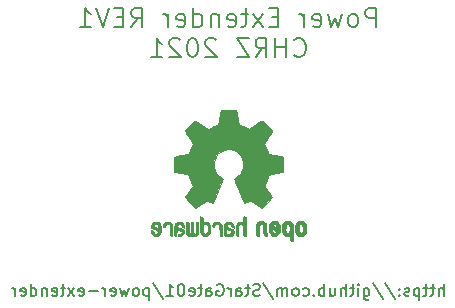
<source format=gbo>
G04 #@! TF.GenerationSoftware,KiCad,Pcbnew,5.1.10*
G04 #@! TF.CreationDate,2021-06-18T04:30:29+02:00*
G04 #@! TF.ProjectId,power-extender,706f7765-722d-4657-9874-656e6465722e,1*
G04 #@! TF.SameCoordinates,Original*
G04 #@! TF.FileFunction,Legend,Bot*
G04 #@! TF.FilePolarity,Positive*
%FSLAX46Y46*%
G04 Gerber Fmt 4.6, Leading zero omitted, Abs format (unit mm)*
G04 Created by KiCad (PCBNEW 5.1.10) date 2021-06-18 04:30:29*
%MOMM*%
%LPD*%
G01*
G04 APERTURE LIST*
%ADD10C,0.150000*%
%ADD11C,0.010000*%
G04 APERTURE END LIST*
D10*
X166714285Y-110702380D02*
X166714285Y-109702380D01*
X166285714Y-110702380D02*
X166285714Y-110178571D01*
X166333333Y-110083333D01*
X166428571Y-110035714D01*
X166571428Y-110035714D01*
X166666666Y-110083333D01*
X166714285Y-110130952D01*
X165952380Y-110035714D02*
X165571428Y-110035714D01*
X165809523Y-109702380D02*
X165809523Y-110559523D01*
X165761904Y-110654761D01*
X165666666Y-110702380D01*
X165571428Y-110702380D01*
X165380952Y-110035714D02*
X165000000Y-110035714D01*
X165238095Y-109702380D02*
X165238095Y-110559523D01*
X165190476Y-110654761D01*
X165095238Y-110702380D01*
X165000000Y-110702380D01*
X164666666Y-110035714D02*
X164666666Y-111035714D01*
X164666666Y-110083333D02*
X164571428Y-110035714D01*
X164380952Y-110035714D01*
X164285714Y-110083333D01*
X164238095Y-110130952D01*
X164190476Y-110226190D01*
X164190476Y-110511904D01*
X164238095Y-110607142D01*
X164285714Y-110654761D01*
X164380952Y-110702380D01*
X164571428Y-110702380D01*
X164666666Y-110654761D01*
X163809523Y-110654761D02*
X163714285Y-110702380D01*
X163523809Y-110702380D01*
X163428571Y-110654761D01*
X163380952Y-110559523D01*
X163380952Y-110511904D01*
X163428571Y-110416666D01*
X163523809Y-110369047D01*
X163666666Y-110369047D01*
X163761904Y-110321428D01*
X163809523Y-110226190D01*
X163809523Y-110178571D01*
X163761904Y-110083333D01*
X163666666Y-110035714D01*
X163523809Y-110035714D01*
X163428571Y-110083333D01*
X162952380Y-110607142D02*
X162904761Y-110654761D01*
X162952380Y-110702380D01*
X163000000Y-110654761D01*
X162952380Y-110607142D01*
X162952380Y-110702380D01*
X162952380Y-110083333D02*
X162904761Y-110130952D01*
X162952380Y-110178571D01*
X163000000Y-110130952D01*
X162952380Y-110083333D01*
X162952380Y-110178571D01*
X161761904Y-109654761D02*
X162619047Y-110940476D01*
X160714285Y-109654761D02*
X161571428Y-110940476D01*
X159952380Y-110035714D02*
X159952380Y-110845238D01*
X160000000Y-110940476D01*
X160047619Y-110988095D01*
X160142857Y-111035714D01*
X160285714Y-111035714D01*
X160380952Y-110988095D01*
X159952380Y-110654761D02*
X160047619Y-110702380D01*
X160238095Y-110702380D01*
X160333333Y-110654761D01*
X160380952Y-110607142D01*
X160428571Y-110511904D01*
X160428571Y-110226190D01*
X160380952Y-110130952D01*
X160333333Y-110083333D01*
X160238095Y-110035714D01*
X160047619Y-110035714D01*
X159952380Y-110083333D01*
X159476190Y-110702380D02*
X159476190Y-110035714D01*
X159476190Y-109702380D02*
X159523809Y-109750000D01*
X159476190Y-109797619D01*
X159428571Y-109750000D01*
X159476190Y-109702380D01*
X159476190Y-109797619D01*
X159142857Y-110035714D02*
X158761904Y-110035714D01*
X159000000Y-109702380D02*
X159000000Y-110559523D01*
X158952380Y-110654761D01*
X158857142Y-110702380D01*
X158761904Y-110702380D01*
X158428571Y-110702380D02*
X158428571Y-109702380D01*
X158000000Y-110702380D02*
X158000000Y-110178571D01*
X158047619Y-110083333D01*
X158142857Y-110035714D01*
X158285714Y-110035714D01*
X158380952Y-110083333D01*
X158428571Y-110130952D01*
X157095238Y-110035714D02*
X157095238Y-110702380D01*
X157523809Y-110035714D02*
X157523809Y-110559523D01*
X157476190Y-110654761D01*
X157380952Y-110702380D01*
X157238095Y-110702380D01*
X157142857Y-110654761D01*
X157095238Y-110607142D01*
X156619047Y-110702380D02*
X156619047Y-109702380D01*
X156619047Y-110083333D02*
X156523809Y-110035714D01*
X156333333Y-110035714D01*
X156238095Y-110083333D01*
X156190476Y-110130952D01*
X156142857Y-110226190D01*
X156142857Y-110511904D01*
X156190476Y-110607142D01*
X156238095Y-110654761D01*
X156333333Y-110702380D01*
X156523809Y-110702380D01*
X156619047Y-110654761D01*
X155714285Y-110607142D02*
X155666666Y-110654761D01*
X155714285Y-110702380D01*
X155761904Y-110654761D01*
X155714285Y-110607142D01*
X155714285Y-110702380D01*
X154809523Y-110654761D02*
X154904761Y-110702380D01*
X155095238Y-110702380D01*
X155190476Y-110654761D01*
X155238095Y-110607142D01*
X155285714Y-110511904D01*
X155285714Y-110226190D01*
X155238095Y-110130952D01*
X155190476Y-110083333D01*
X155095238Y-110035714D01*
X154904761Y-110035714D01*
X154809523Y-110083333D01*
X154238095Y-110702380D02*
X154333333Y-110654761D01*
X154380952Y-110607142D01*
X154428571Y-110511904D01*
X154428571Y-110226190D01*
X154380952Y-110130952D01*
X154333333Y-110083333D01*
X154238095Y-110035714D01*
X154095238Y-110035714D01*
X154000000Y-110083333D01*
X153952380Y-110130952D01*
X153904761Y-110226190D01*
X153904761Y-110511904D01*
X153952380Y-110607142D01*
X154000000Y-110654761D01*
X154095238Y-110702380D01*
X154238095Y-110702380D01*
X153476190Y-110702380D02*
X153476190Y-110035714D01*
X153476190Y-110130952D02*
X153428571Y-110083333D01*
X153333333Y-110035714D01*
X153190476Y-110035714D01*
X153095238Y-110083333D01*
X153047619Y-110178571D01*
X153047619Y-110702380D01*
X153047619Y-110178571D02*
X153000000Y-110083333D01*
X152904761Y-110035714D01*
X152761904Y-110035714D01*
X152666666Y-110083333D01*
X152619047Y-110178571D01*
X152619047Y-110702380D01*
X151428571Y-109654761D02*
X152285714Y-110940476D01*
X151142857Y-110654761D02*
X151000000Y-110702380D01*
X150761904Y-110702380D01*
X150666666Y-110654761D01*
X150619047Y-110607142D01*
X150571428Y-110511904D01*
X150571428Y-110416666D01*
X150619047Y-110321428D01*
X150666666Y-110273809D01*
X150761904Y-110226190D01*
X150952380Y-110178571D01*
X151047619Y-110130952D01*
X151095238Y-110083333D01*
X151142857Y-109988095D01*
X151142857Y-109892857D01*
X151095238Y-109797619D01*
X151047619Y-109750000D01*
X150952380Y-109702380D01*
X150714285Y-109702380D01*
X150571428Y-109750000D01*
X150285714Y-110035714D02*
X149904761Y-110035714D01*
X150142857Y-109702380D02*
X150142857Y-110559523D01*
X150095238Y-110654761D01*
X150000000Y-110702380D01*
X149904761Y-110702380D01*
X149142857Y-110702380D02*
X149142857Y-110178571D01*
X149190476Y-110083333D01*
X149285714Y-110035714D01*
X149476190Y-110035714D01*
X149571428Y-110083333D01*
X149142857Y-110654761D02*
X149238095Y-110702380D01*
X149476190Y-110702380D01*
X149571428Y-110654761D01*
X149619047Y-110559523D01*
X149619047Y-110464285D01*
X149571428Y-110369047D01*
X149476190Y-110321428D01*
X149238095Y-110321428D01*
X149142857Y-110273809D01*
X148666666Y-110702380D02*
X148666666Y-110035714D01*
X148666666Y-110226190D02*
X148619047Y-110130952D01*
X148571428Y-110083333D01*
X148476190Y-110035714D01*
X148380952Y-110035714D01*
X147523809Y-109750000D02*
X147619047Y-109702380D01*
X147761904Y-109702380D01*
X147904761Y-109750000D01*
X148000000Y-109845238D01*
X148047619Y-109940476D01*
X148095238Y-110130952D01*
X148095238Y-110273809D01*
X148047619Y-110464285D01*
X148000000Y-110559523D01*
X147904761Y-110654761D01*
X147761904Y-110702380D01*
X147666666Y-110702380D01*
X147523809Y-110654761D01*
X147476190Y-110607142D01*
X147476190Y-110273809D01*
X147666666Y-110273809D01*
X146619047Y-110702380D02*
X146619047Y-110178571D01*
X146666666Y-110083333D01*
X146761904Y-110035714D01*
X146952380Y-110035714D01*
X147047619Y-110083333D01*
X146619047Y-110654761D02*
X146714285Y-110702380D01*
X146952380Y-110702380D01*
X147047619Y-110654761D01*
X147095238Y-110559523D01*
X147095238Y-110464285D01*
X147047619Y-110369047D01*
X146952380Y-110321428D01*
X146714285Y-110321428D01*
X146619047Y-110273809D01*
X146285714Y-110035714D02*
X145904761Y-110035714D01*
X146142857Y-109702380D02*
X146142857Y-110559523D01*
X146095238Y-110654761D01*
X146000000Y-110702380D01*
X145904761Y-110702380D01*
X145190476Y-110654761D02*
X145285714Y-110702380D01*
X145476190Y-110702380D01*
X145571428Y-110654761D01*
X145619047Y-110559523D01*
X145619047Y-110178571D01*
X145571428Y-110083333D01*
X145476190Y-110035714D01*
X145285714Y-110035714D01*
X145190476Y-110083333D01*
X145142857Y-110178571D01*
X145142857Y-110273809D01*
X145619047Y-110369047D01*
X144523809Y-109702380D02*
X144428571Y-109702380D01*
X144333333Y-109750000D01*
X144285714Y-109797619D01*
X144238095Y-109892857D01*
X144190476Y-110083333D01*
X144190476Y-110321428D01*
X144238095Y-110511904D01*
X144285714Y-110607142D01*
X144333333Y-110654761D01*
X144428571Y-110702380D01*
X144523809Y-110702380D01*
X144619047Y-110654761D01*
X144666666Y-110607142D01*
X144714285Y-110511904D01*
X144761904Y-110321428D01*
X144761904Y-110083333D01*
X144714285Y-109892857D01*
X144666666Y-109797619D01*
X144619047Y-109750000D01*
X144523809Y-109702380D01*
X143238095Y-110702380D02*
X143809523Y-110702380D01*
X143523809Y-110702380D02*
X143523809Y-109702380D01*
X143619047Y-109845238D01*
X143714285Y-109940476D01*
X143809523Y-109988095D01*
X142095238Y-109654761D02*
X142952380Y-110940476D01*
X141761904Y-110035714D02*
X141761904Y-111035714D01*
X141761904Y-110083333D02*
X141666666Y-110035714D01*
X141476190Y-110035714D01*
X141380952Y-110083333D01*
X141333333Y-110130952D01*
X141285714Y-110226190D01*
X141285714Y-110511904D01*
X141333333Y-110607142D01*
X141380952Y-110654761D01*
X141476190Y-110702380D01*
X141666666Y-110702380D01*
X141761904Y-110654761D01*
X140714285Y-110702380D02*
X140809523Y-110654761D01*
X140857142Y-110607142D01*
X140904761Y-110511904D01*
X140904761Y-110226190D01*
X140857142Y-110130952D01*
X140809523Y-110083333D01*
X140714285Y-110035714D01*
X140571428Y-110035714D01*
X140476190Y-110083333D01*
X140428571Y-110130952D01*
X140380952Y-110226190D01*
X140380952Y-110511904D01*
X140428571Y-110607142D01*
X140476190Y-110654761D01*
X140571428Y-110702380D01*
X140714285Y-110702380D01*
X140047619Y-110035714D02*
X139857142Y-110702380D01*
X139666666Y-110226190D01*
X139476190Y-110702380D01*
X139285714Y-110035714D01*
X138523809Y-110654761D02*
X138619047Y-110702380D01*
X138809523Y-110702380D01*
X138904761Y-110654761D01*
X138952380Y-110559523D01*
X138952380Y-110178571D01*
X138904761Y-110083333D01*
X138809523Y-110035714D01*
X138619047Y-110035714D01*
X138523809Y-110083333D01*
X138476190Y-110178571D01*
X138476190Y-110273809D01*
X138952380Y-110369047D01*
X138047619Y-110702380D02*
X138047619Y-110035714D01*
X138047619Y-110226190D02*
X138000000Y-110130952D01*
X137952380Y-110083333D01*
X137857142Y-110035714D01*
X137761904Y-110035714D01*
X137428571Y-110321428D02*
X136666666Y-110321428D01*
X135809523Y-110654761D02*
X135904761Y-110702380D01*
X136095238Y-110702380D01*
X136190476Y-110654761D01*
X136238095Y-110559523D01*
X136238095Y-110178571D01*
X136190476Y-110083333D01*
X136095238Y-110035714D01*
X135904761Y-110035714D01*
X135809523Y-110083333D01*
X135761904Y-110178571D01*
X135761904Y-110273809D01*
X136238095Y-110369047D01*
X135428571Y-110702380D02*
X134904761Y-110035714D01*
X135428571Y-110035714D02*
X134904761Y-110702380D01*
X134666666Y-110035714D02*
X134285714Y-110035714D01*
X134523809Y-109702380D02*
X134523809Y-110559523D01*
X134476190Y-110654761D01*
X134380952Y-110702380D01*
X134285714Y-110702380D01*
X133571428Y-110654761D02*
X133666666Y-110702380D01*
X133857142Y-110702380D01*
X133952380Y-110654761D01*
X134000000Y-110559523D01*
X134000000Y-110178571D01*
X133952380Y-110083333D01*
X133857142Y-110035714D01*
X133666666Y-110035714D01*
X133571428Y-110083333D01*
X133523809Y-110178571D01*
X133523809Y-110273809D01*
X134000000Y-110369047D01*
X133095238Y-110035714D02*
X133095238Y-110702380D01*
X133095238Y-110130952D02*
X133047619Y-110083333D01*
X132952380Y-110035714D01*
X132809523Y-110035714D01*
X132714285Y-110083333D01*
X132666666Y-110178571D01*
X132666666Y-110702380D01*
X131761904Y-110702380D02*
X131761904Y-109702380D01*
X131761904Y-110654761D02*
X131857142Y-110702380D01*
X132047619Y-110702380D01*
X132142857Y-110654761D01*
X132190476Y-110607142D01*
X132238095Y-110511904D01*
X132238095Y-110226190D01*
X132190476Y-110130952D01*
X132142857Y-110083333D01*
X132047619Y-110035714D01*
X131857142Y-110035714D01*
X131761904Y-110083333D01*
X130904761Y-110654761D02*
X131000000Y-110702380D01*
X131190476Y-110702380D01*
X131285714Y-110654761D01*
X131333333Y-110559523D01*
X131333333Y-110178571D01*
X131285714Y-110083333D01*
X131190476Y-110035714D01*
X131000000Y-110035714D01*
X130904761Y-110083333D01*
X130857142Y-110178571D01*
X130857142Y-110273809D01*
X131333333Y-110369047D01*
X130428571Y-110702380D02*
X130428571Y-110035714D01*
X130428571Y-110226190D02*
X130380952Y-110130952D01*
X130333333Y-110083333D01*
X130238095Y-110035714D01*
X130142857Y-110035714D01*
X160995238Y-87948809D02*
X160995238Y-86348809D01*
X160385714Y-86348809D01*
X160233333Y-86425000D01*
X160157142Y-86501190D01*
X160080952Y-86653571D01*
X160080952Y-86882142D01*
X160157142Y-87034523D01*
X160233333Y-87110714D01*
X160385714Y-87186904D01*
X160995238Y-87186904D01*
X159166666Y-87948809D02*
X159319047Y-87872619D01*
X159395238Y-87796428D01*
X159471428Y-87644047D01*
X159471428Y-87186904D01*
X159395238Y-87034523D01*
X159319047Y-86958333D01*
X159166666Y-86882142D01*
X158938095Y-86882142D01*
X158785714Y-86958333D01*
X158709523Y-87034523D01*
X158633333Y-87186904D01*
X158633333Y-87644047D01*
X158709523Y-87796428D01*
X158785714Y-87872619D01*
X158938095Y-87948809D01*
X159166666Y-87948809D01*
X158100000Y-86882142D02*
X157795238Y-87948809D01*
X157490476Y-87186904D01*
X157185714Y-87948809D01*
X156880952Y-86882142D01*
X155661904Y-87872619D02*
X155814285Y-87948809D01*
X156119047Y-87948809D01*
X156271428Y-87872619D01*
X156347619Y-87720238D01*
X156347619Y-87110714D01*
X156271428Y-86958333D01*
X156119047Y-86882142D01*
X155814285Y-86882142D01*
X155661904Y-86958333D01*
X155585714Y-87110714D01*
X155585714Y-87263095D01*
X156347619Y-87415476D01*
X154900000Y-87948809D02*
X154900000Y-86882142D01*
X154900000Y-87186904D02*
X154823809Y-87034523D01*
X154747619Y-86958333D01*
X154595238Y-86882142D01*
X154442857Y-86882142D01*
X152690476Y-87110714D02*
X152157142Y-87110714D01*
X151928571Y-87948809D02*
X152690476Y-87948809D01*
X152690476Y-86348809D01*
X151928571Y-86348809D01*
X151395238Y-87948809D02*
X150557142Y-86882142D01*
X151395238Y-86882142D02*
X150557142Y-87948809D01*
X150176190Y-86882142D02*
X149566666Y-86882142D01*
X149947619Y-86348809D02*
X149947619Y-87720238D01*
X149871428Y-87872619D01*
X149719047Y-87948809D01*
X149566666Y-87948809D01*
X148423809Y-87872619D02*
X148576190Y-87948809D01*
X148880952Y-87948809D01*
X149033333Y-87872619D01*
X149109523Y-87720238D01*
X149109523Y-87110714D01*
X149033333Y-86958333D01*
X148880952Y-86882142D01*
X148576190Y-86882142D01*
X148423809Y-86958333D01*
X148347619Y-87110714D01*
X148347619Y-87263095D01*
X149109523Y-87415476D01*
X147661904Y-86882142D02*
X147661904Y-87948809D01*
X147661904Y-87034523D02*
X147585714Y-86958333D01*
X147433333Y-86882142D01*
X147204761Y-86882142D01*
X147052380Y-86958333D01*
X146976190Y-87110714D01*
X146976190Y-87948809D01*
X145528571Y-87948809D02*
X145528571Y-86348809D01*
X145528571Y-87872619D02*
X145680952Y-87948809D01*
X145985714Y-87948809D01*
X146138095Y-87872619D01*
X146214285Y-87796428D01*
X146290476Y-87644047D01*
X146290476Y-87186904D01*
X146214285Y-87034523D01*
X146138095Y-86958333D01*
X145985714Y-86882142D01*
X145680952Y-86882142D01*
X145528571Y-86958333D01*
X144157142Y-87872619D02*
X144309523Y-87948809D01*
X144614285Y-87948809D01*
X144766666Y-87872619D01*
X144842857Y-87720238D01*
X144842857Y-87110714D01*
X144766666Y-86958333D01*
X144614285Y-86882142D01*
X144309523Y-86882142D01*
X144157142Y-86958333D01*
X144080952Y-87110714D01*
X144080952Y-87263095D01*
X144842857Y-87415476D01*
X143395238Y-87948809D02*
X143395238Y-86882142D01*
X143395238Y-87186904D02*
X143319047Y-87034523D01*
X143242857Y-86958333D01*
X143090476Y-86882142D01*
X142938095Y-86882142D01*
X140271428Y-87948809D02*
X140804761Y-87186904D01*
X141185714Y-87948809D02*
X141185714Y-86348809D01*
X140576190Y-86348809D01*
X140423809Y-86425000D01*
X140347619Y-86501190D01*
X140271428Y-86653571D01*
X140271428Y-86882142D01*
X140347619Y-87034523D01*
X140423809Y-87110714D01*
X140576190Y-87186904D01*
X141185714Y-87186904D01*
X139585714Y-87110714D02*
X139052380Y-87110714D01*
X138823809Y-87948809D02*
X139585714Y-87948809D01*
X139585714Y-86348809D01*
X138823809Y-86348809D01*
X138366666Y-86348809D02*
X137833333Y-87948809D01*
X137300000Y-86348809D01*
X135928571Y-87948809D02*
X136842857Y-87948809D01*
X136385714Y-87948809D02*
X136385714Y-86348809D01*
X136538095Y-86577380D01*
X136690476Y-86729761D01*
X136842857Y-86805952D01*
X154061904Y-90346428D02*
X154138095Y-90422619D01*
X154366666Y-90498809D01*
X154519047Y-90498809D01*
X154747619Y-90422619D01*
X154900000Y-90270238D01*
X154976190Y-90117857D01*
X155052380Y-89813095D01*
X155052380Y-89584523D01*
X154976190Y-89279761D01*
X154900000Y-89127380D01*
X154747619Y-88975000D01*
X154519047Y-88898809D01*
X154366666Y-88898809D01*
X154138095Y-88975000D01*
X154061904Y-89051190D01*
X153376190Y-90498809D02*
X153376190Y-88898809D01*
X153376190Y-89660714D02*
X152461904Y-89660714D01*
X152461904Y-90498809D02*
X152461904Y-88898809D01*
X150785714Y-90498809D02*
X151319047Y-89736904D01*
X151700000Y-90498809D02*
X151700000Y-88898809D01*
X151090476Y-88898809D01*
X150938095Y-88975000D01*
X150861904Y-89051190D01*
X150785714Y-89203571D01*
X150785714Y-89432142D01*
X150861904Y-89584523D01*
X150938095Y-89660714D01*
X151090476Y-89736904D01*
X151700000Y-89736904D01*
X150252380Y-88898809D02*
X149185714Y-88898809D01*
X150252380Y-90498809D01*
X149185714Y-90498809D01*
X147433333Y-89051190D02*
X147357142Y-88975000D01*
X147204761Y-88898809D01*
X146823809Y-88898809D01*
X146671428Y-88975000D01*
X146595238Y-89051190D01*
X146519047Y-89203571D01*
X146519047Y-89355952D01*
X146595238Y-89584523D01*
X147509523Y-90498809D01*
X146519047Y-90498809D01*
X145528571Y-88898809D02*
X145376190Y-88898809D01*
X145223809Y-88975000D01*
X145147619Y-89051190D01*
X145071428Y-89203571D01*
X144995238Y-89508333D01*
X144995238Y-89889285D01*
X145071428Y-90194047D01*
X145147619Y-90346428D01*
X145223809Y-90422619D01*
X145376190Y-90498809D01*
X145528571Y-90498809D01*
X145680952Y-90422619D01*
X145757142Y-90346428D01*
X145833333Y-90194047D01*
X145909523Y-89889285D01*
X145909523Y-89508333D01*
X145833333Y-89203571D01*
X145757142Y-89051190D01*
X145680952Y-88975000D01*
X145528571Y-88898809D01*
X144385714Y-89051190D02*
X144309523Y-88975000D01*
X144157142Y-88898809D01*
X143776190Y-88898809D01*
X143623809Y-88975000D01*
X143547619Y-89051190D01*
X143471428Y-89203571D01*
X143471428Y-89355952D01*
X143547619Y-89584523D01*
X144461904Y-90498809D01*
X143471428Y-90498809D01*
X141947619Y-90498809D02*
X142861904Y-90498809D01*
X142404761Y-90498809D02*
X142404761Y-88898809D01*
X142557142Y-89127380D01*
X142709523Y-89279761D01*
X142861904Y-89355952D01*
D11*
G36*
X153328100Y-104361903D02*
G01*
X153216550Y-104417522D01*
X153118092Y-104519931D01*
X153090977Y-104557864D01*
X153061438Y-104607500D01*
X153042272Y-104661412D01*
X153031307Y-104733364D01*
X153026371Y-104837122D01*
X153025287Y-104974101D01*
X153030182Y-105161815D01*
X153047196Y-105302758D01*
X153079823Y-105407908D01*
X153131558Y-105488243D01*
X153205896Y-105554741D01*
X153211358Y-105558678D01*
X153284620Y-105598953D01*
X153372840Y-105618880D01*
X153485038Y-105623793D01*
X153667433Y-105623793D01*
X153667509Y-105800857D01*
X153669207Y-105899470D01*
X153679550Y-105957314D01*
X153706578Y-105992006D01*
X153758332Y-106021164D01*
X153770761Y-106027121D01*
X153828923Y-106055039D01*
X153873956Y-106072672D01*
X153907441Y-106074194D01*
X153930962Y-106053781D01*
X153946100Y-106005607D01*
X153954437Y-105923846D01*
X153957556Y-105802672D01*
X153957040Y-105636260D01*
X153954471Y-105418785D01*
X153953668Y-105353736D01*
X153950778Y-105129502D01*
X153948188Y-104982821D01*
X153667586Y-104982821D01*
X153666009Y-105107326D01*
X153659000Y-105188787D01*
X153643142Y-105242515D01*
X153615019Y-105283823D01*
X153595925Y-105303971D01*
X153517865Y-105362921D01*
X153448753Y-105367720D01*
X153377440Y-105319038D01*
X153375632Y-105317241D01*
X153346617Y-105279618D01*
X153328967Y-105228484D01*
X153320064Y-105149738D01*
X153317291Y-105029276D01*
X153317241Y-105002588D01*
X153323942Y-104836583D01*
X153345752Y-104721505D01*
X153385235Y-104651254D01*
X153444956Y-104619729D01*
X153479472Y-104616552D01*
X153561389Y-104631460D01*
X153617579Y-104680548D01*
X153651402Y-104770362D01*
X153666220Y-104907445D01*
X153667586Y-104982821D01*
X153948188Y-104982821D01*
X153947713Y-104955952D01*
X153943753Y-104825382D01*
X153938174Y-104730087D01*
X153930254Y-104662364D01*
X153919269Y-104614507D01*
X153904499Y-104578813D01*
X153885218Y-104547578D01*
X153876951Y-104535824D01*
X153767288Y-104424797D01*
X153628635Y-104361847D01*
X153468246Y-104344297D01*
X153328100Y-104361903D01*
G37*
X153328100Y-104361903D02*
X153216550Y-104417522D01*
X153118092Y-104519931D01*
X153090977Y-104557864D01*
X153061438Y-104607500D01*
X153042272Y-104661412D01*
X153031307Y-104733364D01*
X153026371Y-104837122D01*
X153025287Y-104974101D01*
X153030182Y-105161815D01*
X153047196Y-105302758D01*
X153079823Y-105407908D01*
X153131558Y-105488243D01*
X153205896Y-105554741D01*
X153211358Y-105558678D01*
X153284620Y-105598953D01*
X153372840Y-105618880D01*
X153485038Y-105623793D01*
X153667433Y-105623793D01*
X153667509Y-105800857D01*
X153669207Y-105899470D01*
X153679550Y-105957314D01*
X153706578Y-105992006D01*
X153758332Y-106021164D01*
X153770761Y-106027121D01*
X153828923Y-106055039D01*
X153873956Y-106072672D01*
X153907441Y-106074194D01*
X153930962Y-106053781D01*
X153946100Y-106005607D01*
X153954437Y-105923846D01*
X153957556Y-105802672D01*
X153957040Y-105636260D01*
X153954471Y-105418785D01*
X153953668Y-105353736D01*
X153950778Y-105129502D01*
X153948188Y-104982821D01*
X153667586Y-104982821D01*
X153666009Y-105107326D01*
X153659000Y-105188787D01*
X153643142Y-105242515D01*
X153615019Y-105283823D01*
X153595925Y-105303971D01*
X153517865Y-105362921D01*
X153448753Y-105367720D01*
X153377440Y-105319038D01*
X153375632Y-105317241D01*
X153346617Y-105279618D01*
X153328967Y-105228484D01*
X153320064Y-105149738D01*
X153317291Y-105029276D01*
X153317241Y-105002588D01*
X153323942Y-104836583D01*
X153345752Y-104721505D01*
X153385235Y-104651254D01*
X153444956Y-104619729D01*
X153479472Y-104616552D01*
X153561389Y-104631460D01*
X153617579Y-104680548D01*
X153651402Y-104770362D01*
X153666220Y-104907445D01*
X153667586Y-104982821D01*
X153948188Y-104982821D01*
X153947713Y-104955952D01*
X153943753Y-104825382D01*
X153938174Y-104730087D01*
X153930254Y-104662364D01*
X153919269Y-104614507D01*
X153904499Y-104578813D01*
X153885218Y-104547578D01*
X153876951Y-104535824D01*
X153767288Y-104424797D01*
X153628635Y-104361847D01*
X153468246Y-104344297D01*
X153328100Y-104361903D01*
G36*
X151082571Y-104377719D02*
G01*
X150988877Y-104431914D01*
X150923736Y-104485707D01*
X150876093Y-104542066D01*
X150843272Y-104610987D01*
X150822594Y-104702468D01*
X150811380Y-104826506D01*
X150806951Y-104993098D01*
X150806437Y-105112851D01*
X150806437Y-105553659D01*
X150930517Y-105609283D01*
X151054598Y-105664907D01*
X151069195Y-105182095D01*
X151075227Y-105001779D01*
X151081555Y-104870901D01*
X151089394Y-104780511D01*
X151099963Y-104721664D01*
X151114477Y-104685413D01*
X151134152Y-104662810D01*
X151140465Y-104657917D01*
X151236112Y-104619706D01*
X151332793Y-104634827D01*
X151390345Y-104674943D01*
X151413755Y-104703370D01*
X151429961Y-104740672D01*
X151440259Y-104797223D01*
X151445951Y-104883394D01*
X151448336Y-105009558D01*
X151448736Y-105141042D01*
X151448814Y-105305999D01*
X151451639Y-105422761D01*
X151461093Y-105501510D01*
X151481060Y-105552431D01*
X151515424Y-105585706D01*
X151568068Y-105611520D01*
X151638383Y-105638344D01*
X151715180Y-105667542D01*
X151706038Y-105149346D01*
X151702357Y-104962539D01*
X151698050Y-104824490D01*
X151691877Y-104725568D01*
X151682598Y-104656145D01*
X151668973Y-104606590D01*
X151649761Y-104567273D01*
X151626598Y-104532584D01*
X151514848Y-104421770D01*
X151378487Y-104357689D01*
X151230175Y-104342339D01*
X151082571Y-104377719D01*
G37*
X151082571Y-104377719D02*
X150988877Y-104431914D01*
X150923736Y-104485707D01*
X150876093Y-104542066D01*
X150843272Y-104610987D01*
X150822594Y-104702468D01*
X150811380Y-104826506D01*
X150806951Y-104993098D01*
X150806437Y-105112851D01*
X150806437Y-105553659D01*
X150930517Y-105609283D01*
X151054598Y-105664907D01*
X151069195Y-105182095D01*
X151075227Y-105001779D01*
X151081555Y-104870901D01*
X151089394Y-104780511D01*
X151099963Y-104721664D01*
X151114477Y-104685413D01*
X151134152Y-104662810D01*
X151140465Y-104657917D01*
X151236112Y-104619706D01*
X151332793Y-104634827D01*
X151390345Y-104674943D01*
X151413755Y-104703370D01*
X151429961Y-104740672D01*
X151440259Y-104797223D01*
X151445951Y-104883394D01*
X151448336Y-105009558D01*
X151448736Y-105141042D01*
X151448814Y-105305999D01*
X151451639Y-105422761D01*
X151461093Y-105501510D01*
X151481060Y-105552431D01*
X151515424Y-105585706D01*
X151568068Y-105611520D01*
X151638383Y-105638344D01*
X151715180Y-105667542D01*
X151706038Y-105149346D01*
X151702357Y-104962539D01*
X151698050Y-104824490D01*
X151691877Y-104725568D01*
X151682598Y-104656145D01*
X151668973Y-104606590D01*
X151649761Y-104567273D01*
X151626598Y-104532584D01*
X151514848Y-104421770D01*
X151378487Y-104357689D01*
X151230175Y-104342339D01*
X151082571Y-104377719D01*
G36*
X154451779Y-104366015D02*
G01*
X154314939Y-104437968D01*
X154213949Y-104553766D01*
X154178075Y-104628213D01*
X154150161Y-104739992D01*
X154135871Y-104881227D01*
X154134516Y-105035371D01*
X154145405Y-105185879D01*
X154167847Y-105316205D01*
X154201150Y-105409803D01*
X154211385Y-105425922D01*
X154332618Y-105546249D01*
X154476613Y-105618317D01*
X154632861Y-105639408D01*
X154790852Y-105606802D01*
X154834820Y-105587253D01*
X154920444Y-105527012D01*
X154995592Y-105447135D01*
X155002694Y-105437004D01*
X155031561Y-105388181D01*
X155050643Y-105335990D01*
X155061916Y-105267285D01*
X155067355Y-105168918D01*
X155068938Y-105027744D01*
X155068965Y-104996092D01*
X155068893Y-104986019D01*
X154777011Y-104986019D01*
X154775313Y-105119256D01*
X154768628Y-105207674D01*
X154754575Y-105264785D01*
X154730771Y-105304102D01*
X154718621Y-105317241D01*
X154648764Y-105367172D01*
X154580941Y-105364895D01*
X154512365Y-105321584D01*
X154471465Y-105275346D01*
X154447242Y-105207857D01*
X154433639Y-105101433D01*
X154432706Y-105089020D01*
X154430384Y-104896147D01*
X154454650Y-104752900D01*
X154505176Y-104660160D01*
X154581632Y-104618807D01*
X154608924Y-104616552D01*
X154680589Y-104627893D01*
X154729610Y-104667184D01*
X154759582Y-104742326D01*
X154774101Y-104861222D01*
X154777011Y-104986019D01*
X155068893Y-104986019D01*
X155067878Y-104845659D01*
X155063312Y-104740549D01*
X155053312Y-104667714D01*
X155035921Y-104614108D01*
X155009184Y-104566681D01*
X155003276Y-104557864D01*
X154903968Y-104439007D01*
X154795758Y-104370008D01*
X154664019Y-104342619D01*
X154619283Y-104341281D01*
X154451779Y-104366015D01*
G37*
X154451779Y-104366015D02*
X154314939Y-104437968D01*
X154213949Y-104553766D01*
X154178075Y-104628213D01*
X154150161Y-104739992D01*
X154135871Y-104881227D01*
X154134516Y-105035371D01*
X154145405Y-105185879D01*
X154167847Y-105316205D01*
X154201150Y-105409803D01*
X154211385Y-105425922D01*
X154332618Y-105546249D01*
X154476613Y-105618317D01*
X154632861Y-105639408D01*
X154790852Y-105606802D01*
X154834820Y-105587253D01*
X154920444Y-105527012D01*
X154995592Y-105447135D01*
X155002694Y-105437004D01*
X155031561Y-105388181D01*
X155050643Y-105335990D01*
X155061916Y-105267285D01*
X155067355Y-105168918D01*
X155068938Y-105027744D01*
X155068965Y-104996092D01*
X155068893Y-104986019D01*
X154777011Y-104986019D01*
X154775313Y-105119256D01*
X154768628Y-105207674D01*
X154754575Y-105264785D01*
X154730771Y-105304102D01*
X154718621Y-105317241D01*
X154648764Y-105367172D01*
X154580941Y-105364895D01*
X154512365Y-105321584D01*
X154471465Y-105275346D01*
X154447242Y-105207857D01*
X154433639Y-105101433D01*
X154432706Y-105089020D01*
X154430384Y-104896147D01*
X154454650Y-104752900D01*
X154505176Y-104660160D01*
X154581632Y-104618807D01*
X154608924Y-104616552D01*
X154680589Y-104627893D01*
X154729610Y-104667184D01*
X154759582Y-104742326D01*
X154774101Y-104861222D01*
X154777011Y-104986019D01*
X155068893Y-104986019D01*
X155067878Y-104845659D01*
X155063312Y-104740549D01*
X155053312Y-104667714D01*
X155035921Y-104614108D01*
X155009184Y-104566681D01*
X155003276Y-104557864D01*
X154903968Y-104439007D01*
X154795758Y-104370008D01*
X154664019Y-104342619D01*
X154619283Y-104341281D01*
X154451779Y-104366015D01*
G36*
X152184448Y-104384676D02*
G01*
X152069342Y-104462111D01*
X151980389Y-104573949D01*
X151927251Y-104716265D01*
X151916503Y-104821015D01*
X151917724Y-104864726D01*
X151927944Y-104898194D01*
X151956039Y-104928179D01*
X152010884Y-104961440D01*
X152101355Y-105004738D01*
X152236328Y-105064833D01*
X152237011Y-105065134D01*
X152361249Y-105122037D01*
X152463127Y-105172565D01*
X152532233Y-105211280D01*
X152558154Y-105232740D01*
X152558161Y-105232913D01*
X152535315Y-105279644D01*
X152481891Y-105331154D01*
X152420558Y-105368261D01*
X152389485Y-105375632D01*
X152304711Y-105350138D01*
X152231707Y-105286291D01*
X152196087Y-105216094D01*
X152161820Y-105164343D01*
X152094697Y-105105409D01*
X152015792Y-105054496D01*
X151946179Y-105026809D01*
X151931623Y-105025287D01*
X151915237Y-105050321D01*
X151914250Y-105114311D01*
X151926292Y-105200593D01*
X151948993Y-105292501D01*
X151979986Y-105373369D01*
X151981552Y-105376509D01*
X152074819Y-105506734D01*
X152195696Y-105595311D01*
X152332973Y-105638786D01*
X152475440Y-105633706D01*
X152611888Y-105576616D01*
X152617955Y-105572602D01*
X152725290Y-105475326D01*
X152795868Y-105348409D01*
X152834926Y-105181526D01*
X152840168Y-105134639D01*
X152849452Y-104913329D01*
X152838322Y-104810124D01*
X152558161Y-104810124D01*
X152554521Y-104874503D01*
X152534611Y-104893291D01*
X152484974Y-104879235D01*
X152406733Y-104846009D01*
X152319274Y-104804359D01*
X152317101Y-104803256D01*
X152242970Y-104764265D01*
X152213219Y-104738244D01*
X152220555Y-104710965D01*
X152251447Y-104675121D01*
X152330040Y-104623251D01*
X152414677Y-104619439D01*
X152490597Y-104657189D01*
X152543035Y-104730001D01*
X152558161Y-104810124D01*
X152838322Y-104810124D01*
X152830356Y-104736261D01*
X152781366Y-104595829D01*
X152713164Y-104497447D01*
X152590065Y-104398030D01*
X152454472Y-104348711D01*
X152316045Y-104345568D01*
X152184448Y-104384676D01*
G37*
X152184448Y-104384676D02*
X152069342Y-104462111D01*
X151980389Y-104573949D01*
X151927251Y-104716265D01*
X151916503Y-104821015D01*
X151917724Y-104864726D01*
X151927944Y-104898194D01*
X151956039Y-104928179D01*
X152010884Y-104961440D01*
X152101355Y-105004738D01*
X152236328Y-105064833D01*
X152237011Y-105065134D01*
X152361249Y-105122037D01*
X152463127Y-105172565D01*
X152532233Y-105211280D01*
X152558154Y-105232740D01*
X152558161Y-105232913D01*
X152535315Y-105279644D01*
X152481891Y-105331154D01*
X152420558Y-105368261D01*
X152389485Y-105375632D01*
X152304711Y-105350138D01*
X152231707Y-105286291D01*
X152196087Y-105216094D01*
X152161820Y-105164343D01*
X152094697Y-105105409D01*
X152015792Y-105054496D01*
X151946179Y-105026809D01*
X151931623Y-105025287D01*
X151915237Y-105050321D01*
X151914250Y-105114311D01*
X151926292Y-105200593D01*
X151948993Y-105292501D01*
X151979986Y-105373369D01*
X151981552Y-105376509D01*
X152074819Y-105506734D01*
X152195696Y-105595311D01*
X152332973Y-105638786D01*
X152475440Y-105633706D01*
X152611888Y-105576616D01*
X152617955Y-105572602D01*
X152725290Y-105475326D01*
X152795868Y-105348409D01*
X152834926Y-105181526D01*
X152840168Y-105134639D01*
X152849452Y-104913329D01*
X152838322Y-104810124D01*
X152558161Y-104810124D01*
X152554521Y-104874503D01*
X152534611Y-104893291D01*
X152484974Y-104879235D01*
X152406733Y-104846009D01*
X152319274Y-104804359D01*
X152317101Y-104803256D01*
X152242970Y-104764265D01*
X152213219Y-104738244D01*
X152220555Y-104710965D01*
X152251447Y-104675121D01*
X152330040Y-104623251D01*
X152414677Y-104619439D01*
X152490597Y-104657189D01*
X152543035Y-104730001D01*
X152558161Y-104810124D01*
X152838322Y-104810124D01*
X152830356Y-104736261D01*
X152781366Y-104595829D01*
X152713164Y-104497447D01*
X152590065Y-104398030D01*
X152454472Y-104348711D01*
X152316045Y-104345568D01*
X152184448Y-104384676D01*
G36*
X149755402Y-104223857D02*
G01*
X149746846Y-104343188D01*
X149737019Y-104413506D01*
X149723401Y-104444179D01*
X149703473Y-104444571D01*
X149697011Y-104440910D01*
X149611060Y-104414398D01*
X149499255Y-104415946D01*
X149385586Y-104443199D01*
X149314490Y-104478455D01*
X149241595Y-104534778D01*
X149188307Y-104598519D01*
X149151725Y-104679510D01*
X149128950Y-104787586D01*
X149117081Y-104932580D01*
X149113218Y-105124326D01*
X149113149Y-105161109D01*
X149113103Y-105574288D01*
X149205046Y-105606339D01*
X149270348Y-105628144D01*
X149306176Y-105638297D01*
X149307230Y-105638391D01*
X149310758Y-105610860D01*
X149313761Y-105534923D01*
X149316010Y-105420565D01*
X149317276Y-105277769D01*
X149317471Y-105190951D01*
X149317877Y-105019773D01*
X149319968Y-104897088D01*
X149325053Y-104813000D01*
X149334440Y-104757614D01*
X149349439Y-104721032D01*
X149371358Y-104693359D01*
X149385043Y-104680032D01*
X149479051Y-104626328D01*
X149581636Y-104622307D01*
X149674710Y-104667725D01*
X149691922Y-104684123D01*
X149717168Y-104714957D01*
X149734680Y-104751531D01*
X149745858Y-104804415D01*
X149752104Y-104884177D01*
X149754818Y-105001385D01*
X149755402Y-105162991D01*
X149755402Y-105574288D01*
X149847345Y-105606339D01*
X149912647Y-105628144D01*
X149948475Y-105638297D01*
X149949529Y-105638391D01*
X149952225Y-105610448D01*
X149954655Y-105531630D01*
X149956722Y-105409453D01*
X149958329Y-105251432D01*
X149959377Y-105065083D01*
X149959769Y-104857920D01*
X149959770Y-104848706D01*
X149959770Y-104059020D01*
X149864885Y-104018997D01*
X149770000Y-103978973D01*
X149755402Y-104223857D01*
G37*
X149755402Y-104223857D02*
X149746846Y-104343188D01*
X149737019Y-104413506D01*
X149723401Y-104444179D01*
X149703473Y-104444571D01*
X149697011Y-104440910D01*
X149611060Y-104414398D01*
X149499255Y-104415946D01*
X149385586Y-104443199D01*
X149314490Y-104478455D01*
X149241595Y-104534778D01*
X149188307Y-104598519D01*
X149151725Y-104679510D01*
X149128950Y-104787586D01*
X149117081Y-104932580D01*
X149113218Y-105124326D01*
X149113149Y-105161109D01*
X149113103Y-105574288D01*
X149205046Y-105606339D01*
X149270348Y-105628144D01*
X149306176Y-105638297D01*
X149307230Y-105638391D01*
X149310758Y-105610860D01*
X149313761Y-105534923D01*
X149316010Y-105420565D01*
X149317276Y-105277769D01*
X149317471Y-105190951D01*
X149317877Y-105019773D01*
X149319968Y-104897088D01*
X149325053Y-104813000D01*
X149334440Y-104757614D01*
X149349439Y-104721032D01*
X149371358Y-104693359D01*
X149385043Y-104680032D01*
X149479051Y-104626328D01*
X149581636Y-104622307D01*
X149674710Y-104667725D01*
X149691922Y-104684123D01*
X149717168Y-104714957D01*
X149734680Y-104751531D01*
X149745858Y-104804415D01*
X149752104Y-104884177D01*
X149754818Y-105001385D01*
X149755402Y-105162991D01*
X149755402Y-105574288D01*
X149847345Y-105606339D01*
X149912647Y-105628144D01*
X149948475Y-105638297D01*
X149949529Y-105638391D01*
X149952225Y-105610448D01*
X149954655Y-105531630D01*
X149956722Y-105409453D01*
X149958329Y-105251432D01*
X149959377Y-105065083D01*
X149959769Y-104857920D01*
X149959770Y-104848706D01*
X149959770Y-104059020D01*
X149864885Y-104018997D01*
X149770000Y-103978973D01*
X149755402Y-104223857D01*
G36*
X148420056Y-104424360D02*
G01*
X148305657Y-104466842D01*
X148304348Y-104467658D01*
X148233597Y-104519730D01*
X148181364Y-104580584D01*
X148144629Y-104659887D01*
X148120366Y-104767309D01*
X148105555Y-104912517D01*
X148097171Y-105105179D01*
X148096436Y-105132628D01*
X148085880Y-105546521D01*
X148174709Y-105592456D01*
X148238982Y-105623498D01*
X148277790Y-105638206D01*
X148279585Y-105638391D01*
X148286300Y-105611250D01*
X148291635Y-105538041D01*
X148294917Y-105431081D01*
X148295632Y-105344469D01*
X148295649Y-105204162D01*
X148302063Y-105116051D01*
X148324420Y-105074025D01*
X148372268Y-105071975D01*
X148455151Y-105103790D01*
X148580287Y-105162272D01*
X148672303Y-105210845D01*
X148719629Y-105252986D01*
X148733542Y-105298916D01*
X148733563Y-105301189D01*
X148710605Y-105380311D01*
X148642630Y-105423055D01*
X148538602Y-105429246D01*
X148463670Y-105428172D01*
X148424161Y-105449753D01*
X148399522Y-105501591D01*
X148385341Y-105567632D01*
X148405777Y-105605104D01*
X148413472Y-105610467D01*
X148485917Y-105632006D01*
X148587367Y-105635055D01*
X148691843Y-105620778D01*
X148765875Y-105594688D01*
X148868228Y-105507785D01*
X148926409Y-105386816D01*
X148937931Y-105292308D01*
X148929138Y-105207062D01*
X148897320Y-105137476D01*
X148834316Y-105075672D01*
X148731969Y-105013772D01*
X148582118Y-104943897D01*
X148572988Y-104939948D01*
X148438003Y-104877588D01*
X148354706Y-104826446D01*
X148319003Y-104780488D01*
X148326797Y-104733683D01*
X148373993Y-104679998D01*
X148388106Y-104667644D01*
X148482641Y-104619741D01*
X148580594Y-104621758D01*
X148665903Y-104668724D01*
X148722504Y-104755669D01*
X148727763Y-104772734D01*
X148778977Y-104855504D01*
X148843963Y-104895372D01*
X148937931Y-104934882D01*
X148937931Y-104832658D01*
X148909347Y-104684072D01*
X148824505Y-104547784D01*
X148780355Y-104502191D01*
X148679995Y-104443674D01*
X148552365Y-104417184D01*
X148420056Y-104424360D01*
G37*
X148420056Y-104424360D02*
X148305657Y-104466842D01*
X148304348Y-104467658D01*
X148233597Y-104519730D01*
X148181364Y-104580584D01*
X148144629Y-104659887D01*
X148120366Y-104767309D01*
X148105555Y-104912517D01*
X148097171Y-105105179D01*
X148096436Y-105132628D01*
X148085880Y-105546521D01*
X148174709Y-105592456D01*
X148238982Y-105623498D01*
X148277790Y-105638206D01*
X148279585Y-105638391D01*
X148286300Y-105611250D01*
X148291635Y-105538041D01*
X148294917Y-105431081D01*
X148295632Y-105344469D01*
X148295649Y-105204162D01*
X148302063Y-105116051D01*
X148324420Y-105074025D01*
X148372268Y-105071975D01*
X148455151Y-105103790D01*
X148580287Y-105162272D01*
X148672303Y-105210845D01*
X148719629Y-105252986D01*
X148733542Y-105298916D01*
X148733563Y-105301189D01*
X148710605Y-105380311D01*
X148642630Y-105423055D01*
X148538602Y-105429246D01*
X148463670Y-105428172D01*
X148424161Y-105449753D01*
X148399522Y-105501591D01*
X148385341Y-105567632D01*
X148405777Y-105605104D01*
X148413472Y-105610467D01*
X148485917Y-105632006D01*
X148587367Y-105635055D01*
X148691843Y-105620778D01*
X148765875Y-105594688D01*
X148868228Y-105507785D01*
X148926409Y-105386816D01*
X148937931Y-105292308D01*
X148929138Y-105207062D01*
X148897320Y-105137476D01*
X148834316Y-105075672D01*
X148731969Y-105013772D01*
X148582118Y-104943897D01*
X148572988Y-104939948D01*
X148438003Y-104877588D01*
X148354706Y-104826446D01*
X148319003Y-104780488D01*
X148326797Y-104733683D01*
X148373993Y-104679998D01*
X148388106Y-104667644D01*
X148482641Y-104619741D01*
X148580594Y-104621758D01*
X148665903Y-104668724D01*
X148722504Y-104755669D01*
X148727763Y-104772734D01*
X148778977Y-104855504D01*
X148843963Y-104895372D01*
X148937931Y-104934882D01*
X148937931Y-104832658D01*
X148909347Y-104684072D01*
X148824505Y-104547784D01*
X148780355Y-104502191D01*
X148679995Y-104443674D01*
X148552365Y-104417184D01*
X148420056Y-104424360D01*
G36*
X147434057Y-104421920D02*
G01*
X147301435Y-104470859D01*
X147193990Y-104557419D01*
X147151968Y-104618352D01*
X147106157Y-104730161D01*
X147107109Y-104811006D01*
X147155192Y-104865378D01*
X147172983Y-104874624D01*
X147249796Y-104903450D01*
X147289024Y-104896065D01*
X147302311Y-104847658D01*
X147302988Y-104820920D01*
X147327314Y-104722548D01*
X147390719Y-104653734D01*
X147478846Y-104620498D01*
X147577337Y-104628861D01*
X147657398Y-104672296D01*
X147684439Y-104697072D01*
X147703606Y-104727129D01*
X147716554Y-104772565D01*
X147724936Y-104843476D01*
X147730407Y-104949960D01*
X147734622Y-105102112D01*
X147735713Y-105150287D01*
X147739693Y-105315095D01*
X147744219Y-105431088D01*
X147751005Y-105507833D01*
X147761769Y-105554893D01*
X147778227Y-105581835D01*
X147802094Y-105598223D01*
X147817374Y-105605463D01*
X147882267Y-105630220D01*
X147920466Y-105638391D01*
X147933088Y-105611103D01*
X147940792Y-105528603D01*
X147943620Y-105389941D01*
X147941614Y-105194162D01*
X147940989Y-105163965D01*
X147936579Y-104985349D01*
X147931365Y-104854923D01*
X147923945Y-104762492D01*
X147912918Y-104697858D01*
X147896883Y-104650825D01*
X147874439Y-104611196D01*
X147862698Y-104594215D01*
X147795381Y-104519080D01*
X147720090Y-104460638D01*
X147710872Y-104455536D01*
X147575867Y-104415260D01*
X147434057Y-104421920D01*
G37*
X147434057Y-104421920D02*
X147301435Y-104470859D01*
X147193990Y-104557419D01*
X147151968Y-104618352D01*
X147106157Y-104730161D01*
X147107109Y-104811006D01*
X147155192Y-104865378D01*
X147172983Y-104874624D01*
X147249796Y-104903450D01*
X147289024Y-104896065D01*
X147302311Y-104847658D01*
X147302988Y-104820920D01*
X147327314Y-104722548D01*
X147390719Y-104653734D01*
X147478846Y-104620498D01*
X147577337Y-104628861D01*
X147657398Y-104672296D01*
X147684439Y-104697072D01*
X147703606Y-104727129D01*
X147716554Y-104772565D01*
X147724936Y-104843476D01*
X147730407Y-104949960D01*
X147734622Y-105102112D01*
X147735713Y-105150287D01*
X147739693Y-105315095D01*
X147744219Y-105431088D01*
X147751005Y-105507833D01*
X147761769Y-105554893D01*
X147778227Y-105581835D01*
X147802094Y-105598223D01*
X147817374Y-105605463D01*
X147882267Y-105630220D01*
X147920466Y-105638391D01*
X147933088Y-105611103D01*
X147940792Y-105528603D01*
X147943620Y-105389941D01*
X147941614Y-105194162D01*
X147940989Y-105163965D01*
X147936579Y-104985349D01*
X147931365Y-104854923D01*
X147923945Y-104762492D01*
X147912918Y-104697858D01*
X147896883Y-104650825D01*
X147874439Y-104611196D01*
X147862698Y-104594215D01*
X147795381Y-104519080D01*
X147720090Y-104460638D01*
X147710872Y-104455536D01*
X147575867Y-104415260D01*
X147434057Y-104421920D01*
G36*
X146106086Y-104654455D02*
G01*
X146106457Y-104872661D01*
X146107892Y-105040519D01*
X146110998Y-105166070D01*
X146116378Y-105257355D01*
X146124638Y-105322415D01*
X146136384Y-105369291D01*
X146152219Y-105406024D01*
X146164210Y-105426991D01*
X146263510Y-105540694D01*
X146389412Y-105611965D01*
X146528709Y-105637538D01*
X146668195Y-105614150D01*
X146751257Y-105572119D01*
X146838455Y-105499411D01*
X146897883Y-105410612D01*
X146933739Y-105294320D01*
X146950219Y-105139135D01*
X146952553Y-105025287D01*
X146952239Y-105017106D01*
X146748276Y-105017106D01*
X146747030Y-105147657D01*
X146741322Y-105234080D01*
X146728196Y-105290618D01*
X146704694Y-105331514D01*
X146676614Y-105362362D01*
X146582312Y-105421905D01*
X146481060Y-105426992D01*
X146385364Y-105377279D01*
X146377916Y-105370543D01*
X146346126Y-105335502D01*
X146326192Y-105293811D01*
X146315400Y-105231762D01*
X146311035Y-105135644D01*
X146310345Y-105029379D01*
X146311841Y-104895880D01*
X146318036Y-104806822D01*
X146331486Y-104748293D01*
X146354749Y-104706382D01*
X146373825Y-104684123D01*
X146462437Y-104627985D01*
X146564492Y-104621235D01*
X146661905Y-104664114D01*
X146680704Y-104680032D01*
X146712707Y-104715382D01*
X146732682Y-104757502D01*
X146743407Y-104820251D01*
X146747661Y-104917487D01*
X146748276Y-105017106D01*
X146952239Y-105017106D01*
X146945496Y-104841947D01*
X146921528Y-104704195D01*
X146876452Y-104600632D01*
X146806072Y-104519856D01*
X146751257Y-104478455D01*
X146651624Y-104433728D01*
X146536145Y-104412967D01*
X146428801Y-104418525D01*
X146368736Y-104440943D01*
X146345165Y-104447323D01*
X146329523Y-104423535D01*
X146318605Y-104359788D01*
X146310345Y-104262687D01*
X146301301Y-104154541D01*
X146288739Y-104089475D01*
X146265881Y-104052268D01*
X146225949Y-104027699D01*
X146200862Y-104016819D01*
X146105977Y-103977072D01*
X146106086Y-104654455D01*
G37*
X146106086Y-104654455D02*
X146106457Y-104872661D01*
X146107892Y-105040519D01*
X146110998Y-105166070D01*
X146116378Y-105257355D01*
X146124638Y-105322415D01*
X146136384Y-105369291D01*
X146152219Y-105406024D01*
X146164210Y-105426991D01*
X146263510Y-105540694D01*
X146389412Y-105611965D01*
X146528709Y-105637538D01*
X146668195Y-105614150D01*
X146751257Y-105572119D01*
X146838455Y-105499411D01*
X146897883Y-105410612D01*
X146933739Y-105294320D01*
X146950219Y-105139135D01*
X146952553Y-105025287D01*
X146952239Y-105017106D01*
X146748276Y-105017106D01*
X146747030Y-105147657D01*
X146741322Y-105234080D01*
X146728196Y-105290618D01*
X146704694Y-105331514D01*
X146676614Y-105362362D01*
X146582312Y-105421905D01*
X146481060Y-105426992D01*
X146385364Y-105377279D01*
X146377916Y-105370543D01*
X146346126Y-105335502D01*
X146326192Y-105293811D01*
X146315400Y-105231762D01*
X146311035Y-105135644D01*
X146310345Y-105029379D01*
X146311841Y-104895880D01*
X146318036Y-104806822D01*
X146331486Y-104748293D01*
X146354749Y-104706382D01*
X146373825Y-104684123D01*
X146462437Y-104627985D01*
X146564492Y-104621235D01*
X146661905Y-104664114D01*
X146680704Y-104680032D01*
X146712707Y-104715382D01*
X146732682Y-104757502D01*
X146743407Y-104820251D01*
X146747661Y-104917487D01*
X146748276Y-105017106D01*
X146952239Y-105017106D01*
X146945496Y-104841947D01*
X146921528Y-104704195D01*
X146876452Y-104600632D01*
X146806072Y-104519856D01*
X146751257Y-104478455D01*
X146651624Y-104433728D01*
X146536145Y-104412967D01*
X146428801Y-104418525D01*
X146368736Y-104440943D01*
X146345165Y-104447323D01*
X146329523Y-104423535D01*
X146318605Y-104359788D01*
X146310345Y-104262687D01*
X146301301Y-104154541D01*
X146288739Y-104089475D01*
X146265881Y-104052268D01*
X146225949Y-104027699D01*
X146200862Y-104016819D01*
X146105977Y-103977072D01*
X146106086Y-104654455D01*
G36*
X144919876Y-104439840D02*
G01*
X144915421Y-104516653D01*
X144911929Y-104633391D01*
X144909685Y-104780821D01*
X144908965Y-104935455D01*
X144908965Y-105458727D01*
X145001355Y-105551117D01*
X145065022Y-105608047D01*
X145120911Y-105631107D01*
X145197298Y-105629647D01*
X145227620Y-105625934D01*
X145322390Y-105615126D01*
X145400778Y-105608933D01*
X145419885Y-105608361D01*
X145484301Y-105612102D01*
X145576429Y-105621494D01*
X145612150Y-105625934D01*
X145699886Y-105632801D01*
X145758847Y-105617885D01*
X145817310Y-105571835D01*
X145838415Y-105551117D01*
X145930805Y-105458727D01*
X145930805Y-104479947D01*
X145856442Y-104446066D01*
X145792410Y-104420970D01*
X145754948Y-104412184D01*
X145745343Y-104439950D01*
X145736365Y-104517530D01*
X145728614Y-104636348D01*
X145722686Y-104787828D01*
X145719827Y-104915805D01*
X145711839Y-105419425D01*
X145642152Y-105429278D01*
X145578771Y-105422389D01*
X145547714Y-105400083D01*
X145539033Y-105358379D01*
X145531622Y-105269544D01*
X145526069Y-105144834D01*
X145522964Y-104995507D01*
X145522516Y-104918661D01*
X145522069Y-104476287D01*
X145430126Y-104444235D01*
X145365051Y-104422443D01*
X145329653Y-104412281D01*
X145328632Y-104412184D01*
X145325080Y-104439809D01*
X145321177Y-104516411D01*
X145317249Y-104632579D01*
X145313624Y-104778904D01*
X145311092Y-104915805D01*
X145303103Y-105419425D01*
X145127931Y-105419425D01*
X145119893Y-104959965D01*
X145111854Y-104500505D01*
X145026457Y-104456344D01*
X144963407Y-104426019D01*
X144926090Y-104412258D01*
X144925013Y-104412184D01*
X144919876Y-104439840D01*
G37*
X144919876Y-104439840D02*
X144915421Y-104516653D01*
X144911929Y-104633391D01*
X144909685Y-104780821D01*
X144908965Y-104935455D01*
X144908965Y-105458727D01*
X145001355Y-105551117D01*
X145065022Y-105608047D01*
X145120911Y-105631107D01*
X145197298Y-105629647D01*
X145227620Y-105625934D01*
X145322390Y-105615126D01*
X145400778Y-105608933D01*
X145419885Y-105608361D01*
X145484301Y-105612102D01*
X145576429Y-105621494D01*
X145612150Y-105625934D01*
X145699886Y-105632801D01*
X145758847Y-105617885D01*
X145817310Y-105571835D01*
X145838415Y-105551117D01*
X145930805Y-105458727D01*
X145930805Y-104479947D01*
X145856442Y-104446066D01*
X145792410Y-104420970D01*
X145754948Y-104412184D01*
X145745343Y-104439950D01*
X145736365Y-104517530D01*
X145728614Y-104636348D01*
X145722686Y-104787828D01*
X145719827Y-104915805D01*
X145711839Y-105419425D01*
X145642152Y-105429278D01*
X145578771Y-105422389D01*
X145547714Y-105400083D01*
X145539033Y-105358379D01*
X145531622Y-105269544D01*
X145526069Y-105144834D01*
X145522964Y-104995507D01*
X145522516Y-104918661D01*
X145522069Y-104476287D01*
X145430126Y-104444235D01*
X145365051Y-104422443D01*
X145329653Y-104412281D01*
X145328632Y-104412184D01*
X145325080Y-104439809D01*
X145321177Y-104516411D01*
X145317249Y-104632579D01*
X145313624Y-104778904D01*
X145311092Y-104915805D01*
X145303103Y-105419425D01*
X145127931Y-105419425D01*
X145119893Y-104959965D01*
X145111854Y-104500505D01*
X145026457Y-104456344D01*
X144963407Y-104426019D01*
X144926090Y-104412258D01*
X144925013Y-104412184D01*
X144919876Y-104439840D01*
G36*
X144185594Y-104435156D02*
G01*
X144101531Y-104473393D01*
X144035550Y-104519726D01*
X143987206Y-104571532D01*
X143953828Y-104638363D01*
X143932747Y-104729769D01*
X143921293Y-104855301D01*
X143916797Y-105024508D01*
X143916322Y-105135933D01*
X143916322Y-105570627D01*
X143990684Y-105604509D01*
X144049254Y-105629272D01*
X144078270Y-105638391D01*
X144083821Y-105611257D01*
X144088225Y-105538094D01*
X144090922Y-105431263D01*
X144091494Y-105346437D01*
X144093954Y-105223887D01*
X144100588Y-105126668D01*
X144110274Y-105067134D01*
X144117968Y-105054483D01*
X144169689Y-105067402D01*
X144250883Y-105100539D01*
X144344898Y-105145461D01*
X144435083Y-105193735D01*
X144504785Y-105236928D01*
X144537352Y-105266608D01*
X144537481Y-105266929D01*
X144534680Y-105321857D01*
X144509561Y-105374292D01*
X144465459Y-105416881D01*
X144401091Y-105431126D01*
X144346079Y-105429466D01*
X144268165Y-105428245D01*
X144227268Y-105446498D01*
X144202705Y-105494726D01*
X144199608Y-105503820D01*
X144188960Y-105572598D01*
X144217435Y-105614360D01*
X144291656Y-105634263D01*
X144371832Y-105637944D01*
X144516110Y-105610658D01*
X144590797Y-105571690D01*
X144683037Y-105480148D01*
X144731957Y-105367782D01*
X144736346Y-105249051D01*
X144694999Y-105138411D01*
X144632803Y-105069080D01*
X144570706Y-105030265D01*
X144473105Y-104981125D01*
X144359368Y-104931292D01*
X144340410Y-104923677D01*
X144215479Y-104868545D01*
X144143461Y-104819954D01*
X144120300Y-104771647D01*
X144141936Y-104717370D01*
X144179080Y-104674943D01*
X144266873Y-104622702D01*
X144363470Y-104618784D01*
X144452056Y-104659041D01*
X144515814Y-104739326D01*
X144524183Y-104760040D01*
X144572904Y-104836225D01*
X144644035Y-104892785D01*
X144733793Y-104939201D01*
X144733793Y-104807584D01*
X144728510Y-104727168D01*
X144705858Y-104663786D01*
X144655633Y-104596163D01*
X144607418Y-104544076D01*
X144532446Y-104470322D01*
X144474194Y-104430702D01*
X144411628Y-104414810D01*
X144340807Y-104412184D01*
X144185594Y-104435156D01*
G37*
X144185594Y-104435156D02*
X144101531Y-104473393D01*
X144035550Y-104519726D01*
X143987206Y-104571532D01*
X143953828Y-104638363D01*
X143932747Y-104729769D01*
X143921293Y-104855301D01*
X143916797Y-105024508D01*
X143916322Y-105135933D01*
X143916322Y-105570627D01*
X143990684Y-105604509D01*
X144049254Y-105629272D01*
X144078270Y-105638391D01*
X144083821Y-105611257D01*
X144088225Y-105538094D01*
X144090922Y-105431263D01*
X144091494Y-105346437D01*
X144093954Y-105223887D01*
X144100588Y-105126668D01*
X144110274Y-105067134D01*
X144117968Y-105054483D01*
X144169689Y-105067402D01*
X144250883Y-105100539D01*
X144344898Y-105145461D01*
X144435083Y-105193735D01*
X144504785Y-105236928D01*
X144537352Y-105266608D01*
X144537481Y-105266929D01*
X144534680Y-105321857D01*
X144509561Y-105374292D01*
X144465459Y-105416881D01*
X144401091Y-105431126D01*
X144346079Y-105429466D01*
X144268165Y-105428245D01*
X144227268Y-105446498D01*
X144202705Y-105494726D01*
X144199608Y-105503820D01*
X144188960Y-105572598D01*
X144217435Y-105614360D01*
X144291656Y-105634263D01*
X144371832Y-105637944D01*
X144516110Y-105610658D01*
X144590797Y-105571690D01*
X144683037Y-105480148D01*
X144731957Y-105367782D01*
X144736346Y-105249051D01*
X144694999Y-105138411D01*
X144632803Y-105069080D01*
X144570706Y-105030265D01*
X144473105Y-104981125D01*
X144359368Y-104931292D01*
X144340410Y-104923677D01*
X144215479Y-104868545D01*
X144143461Y-104819954D01*
X144120300Y-104771647D01*
X144141936Y-104717370D01*
X144179080Y-104674943D01*
X144266873Y-104622702D01*
X144363470Y-104618784D01*
X144452056Y-104659041D01*
X144515814Y-104739326D01*
X144524183Y-104760040D01*
X144572904Y-104836225D01*
X144644035Y-104892785D01*
X144733793Y-104939201D01*
X144733793Y-104807584D01*
X144728510Y-104727168D01*
X144705858Y-104663786D01*
X144655633Y-104596163D01*
X144607418Y-104544076D01*
X144532446Y-104470322D01*
X144474194Y-104430702D01*
X144411628Y-104414810D01*
X144340807Y-104412184D01*
X144185594Y-104435156D01*
G36*
X143164310Y-104440018D02*
G01*
X143129415Y-104455269D01*
X143046123Y-104521235D01*
X142974897Y-104616618D01*
X142930847Y-104718406D01*
X142923678Y-104768587D01*
X142947715Y-104838647D01*
X143000439Y-104875717D01*
X143056969Y-104898164D01*
X143082854Y-104902300D01*
X143095458Y-104872283D01*
X143120346Y-104806961D01*
X143131265Y-104777445D01*
X143192492Y-104675348D01*
X143281139Y-104624423D01*
X143394807Y-104625989D01*
X143403226Y-104627994D01*
X143463912Y-104656767D01*
X143508526Y-104712859D01*
X143538998Y-104803163D01*
X143557256Y-104934571D01*
X143565229Y-105113974D01*
X143565977Y-105209433D01*
X143566348Y-105359913D01*
X143568777Y-105462495D01*
X143575240Y-105527672D01*
X143587712Y-105565938D01*
X143608167Y-105587785D01*
X143638581Y-105603707D01*
X143640339Y-105604509D01*
X143698909Y-105629272D01*
X143727925Y-105638391D01*
X143732384Y-105610822D01*
X143736201Y-105534620D01*
X143739101Y-105419541D01*
X143740809Y-105275341D01*
X143741149Y-105169814D01*
X143739412Y-104965613D01*
X143732618Y-104810697D01*
X143718393Y-104696024D01*
X143694362Y-104612551D01*
X143658152Y-104551236D01*
X143607388Y-104503034D01*
X143557261Y-104469393D01*
X143436725Y-104424619D01*
X143296443Y-104414521D01*
X143164310Y-104440018D01*
G37*
X143164310Y-104440018D02*
X143129415Y-104455269D01*
X143046123Y-104521235D01*
X142974897Y-104616618D01*
X142930847Y-104718406D01*
X142923678Y-104768587D01*
X142947715Y-104838647D01*
X143000439Y-104875717D01*
X143056969Y-104898164D01*
X143082854Y-104902300D01*
X143095458Y-104872283D01*
X143120346Y-104806961D01*
X143131265Y-104777445D01*
X143192492Y-104675348D01*
X143281139Y-104624423D01*
X143394807Y-104625989D01*
X143403226Y-104627994D01*
X143463912Y-104656767D01*
X143508526Y-104712859D01*
X143538998Y-104803163D01*
X143557256Y-104934571D01*
X143565229Y-105113974D01*
X143565977Y-105209433D01*
X143566348Y-105359913D01*
X143568777Y-105462495D01*
X143575240Y-105527672D01*
X143587712Y-105565938D01*
X143608167Y-105587785D01*
X143638581Y-105603707D01*
X143640339Y-105604509D01*
X143698909Y-105629272D01*
X143727925Y-105638391D01*
X143732384Y-105610822D01*
X143736201Y-105534620D01*
X143739101Y-105419541D01*
X143740809Y-105275341D01*
X143741149Y-105169814D01*
X143739412Y-104965613D01*
X143732618Y-104810697D01*
X143718393Y-104696024D01*
X143694362Y-104612551D01*
X143658152Y-104551236D01*
X143607388Y-104503034D01*
X143557261Y-104469393D01*
X143436725Y-104424619D01*
X143296443Y-104414521D01*
X143164310Y-104440018D01*
G36*
X142156561Y-104456540D02*
G01*
X142041050Y-104532034D01*
X141985336Y-104599617D01*
X141941196Y-104722255D01*
X141937691Y-104819298D01*
X141945632Y-104949056D01*
X142244885Y-105080039D01*
X142390389Y-105146958D01*
X142485463Y-105200790D01*
X142534899Y-105247416D01*
X142543489Y-105292720D01*
X142516028Y-105342582D01*
X142485747Y-105375632D01*
X142397637Y-105428633D01*
X142301804Y-105432347D01*
X142213788Y-105391041D01*
X142149131Y-105308983D01*
X142137567Y-105280008D01*
X142082175Y-105189509D01*
X142018447Y-105150940D01*
X141931034Y-105117946D01*
X141931034Y-105243034D01*
X141938762Y-105328156D01*
X141969034Y-105399938D01*
X142032482Y-105482356D01*
X142041912Y-105493066D01*
X142112487Y-105566391D01*
X142173153Y-105605742D01*
X142249050Y-105623845D01*
X142311970Y-105629774D01*
X142424513Y-105631251D01*
X142504630Y-105612535D01*
X142554610Y-105584747D01*
X142633162Y-105523641D01*
X142687537Y-105457554D01*
X142721948Y-105374441D01*
X142740612Y-105262254D01*
X142747744Y-105108946D01*
X142748313Y-105031136D01*
X142746378Y-104937853D01*
X142570101Y-104937853D01*
X142568056Y-104987896D01*
X142562961Y-104996092D01*
X142529334Y-104984958D01*
X142456970Y-104955493D01*
X142360253Y-104913601D01*
X142340027Y-104904597D01*
X142217797Y-104842442D01*
X142150453Y-104787815D01*
X142135652Y-104736649D01*
X142171053Y-104684876D01*
X142200289Y-104662000D01*
X142305784Y-104616250D01*
X142404524Y-104623808D01*
X142487188Y-104679651D01*
X142544452Y-104778753D01*
X142562812Y-104857414D01*
X142570101Y-104937853D01*
X142746378Y-104937853D01*
X142744541Y-104849351D01*
X142730641Y-104714853D01*
X142703106Y-104616916D01*
X142658428Y-104544811D01*
X142593099Y-104487813D01*
X142564617Y-104469393D01*
X142435237Y-104421422D01*
X142293588Y-104418403D01*
X142156561Y-104456540D01*
G37*
X142156561Y-104456540D02*
X142041050Y-104532034D01*
X141985336Y-104599617D01*
X141941196Y-104722255D01*
X141937691Y-104819298D01*
X141945632Y-104949056D01*
X142244885Y-105080039D01*
X142390389Y-105146958D01*
X142485463Y-105200790D01*
X142534899Y-105247416D01*
X142543489Y-105292720D01*
X142516028Y-105342582D01*
X142485747Y-105375632D01*
X142397637Y-105428633D01*
X142301804Y-105432347D01*
X142213788Y-105391041D01*
X142149131Y-105308983D01*
X142137567Y-105280008D01*
X142082175Y-105189509D01*
X142018447Y-105150940D01*
X141931034Y-105117946D01*
X141931034Y-105243034D01*
X141938762Y-105328156D01*
X141969034Y-105399938D01*
X142032482Y-105482356D01*
X142041912Y-105493066D01*
X142112487Y-105566391D01*
X142173153Y-105605742D01*
X142249050Y-105623845D01*
X142311970Y-105629774D01*
X142424513Y-105631251D01*
X142504630Y-105612535D01*
X142554610Y-105584747D01*
X142633162Y-105523641D01*
X142687537Y-105457554D01*
X142721948Y-105374441D01*
X142740612Y-105262254D01*
X142747744Y-105108946D01*
X142748313Y-105031136D01*
X142746378Y-104937853D01*
X142570101Y-104937853D01*
X142568056Y-104987896D01*
X142562961Y-104996092D01*
X142529334Y-104984958D01*
X142456970Y-104955493D01*
X142360253Y-104913601D01*
X142340027Y-104904597D01*
X142217797Y-104842442D01*
X142150453Y-104787815D01*
X142135652Y-104736649D01*
X142171053Y-104684876D01*
X142200289Y-104662000D01*
X142305784Y-104616250D01*
X142404524Y-104623808D01*
X142487188Y-104679651D01*
X142544452Y-104778753D01*
X142562812Y-104857414D01*
X142570101Y-104937853D01*
X142746378Y-104937853D01*
X142744541Y-104849351D01*
X142730641Y-104714853D01*
X142703106Y-104616916D01*
X142658428Y-104544811D01*
X142593099Y-104487813D01*
X142564617Y-104469393D01*
X142435237Y-104421422D01*
X142293588Y-104418403D01*
X142156561Y-104456540D01*
G36*
X148290986Y-94952998D02*
G01*
X148132994Y-94953863D01*
X148018653Y-94956205D01*
X147940593Y-94960762D01*
X147891446Y-94968270D01*
X147863841Y-94979466D01*
X147850408Y-94995088D01*
X147843779Y-95015873D01*
X147843135Y-95018563D01*
X147833065Y-95067113D01*
X147814425Y-95162905D01*
X147789155Y-95295743D01*
X147759193Y-95455431D01*
X147726478Y-95631774D01*
X147725336Y-95637967D01*
X147692567Y-95810782D01*
X147661907Y-95963469D01*
X147635336Y-96086871D01*
X147614833Y-96171831D01*
X147602374Y-96209190D01*
X147601780Y-96209852D01*
X147565081Y-96228095D01*
X147489414Y-96258497D01*
X147391122Y-96294493D01*
X147390575Y-96294685D01*
X147266767Y-96341222D01*
X147120804Y-96400504D01*
X146983219Y-96460109D01*
X146976707Y-96463056D01*
X146752610Y-96564765D01*
X146256381Y-96225897D01*
X146104154Y-96122592D01*
X145966259Y-96030237D01*
X145850685Y-95954084D01*
X145765421Y-95899385D01*
X145718456Y-95871393D01*
X145713996Y-95869317D01*
X145679866Y-95878560D01*
X145616119Y-95923156D01*
X145520269Y-96005209D01*
X145389831Y-96126821D01*
X145256672Y-96256205D01*
X145128306Y-96383702D01*
X145013419Y-96500046D01*
X144918927Y-96598052D01*
X144851747Y-96670536D01*
X144818794Y-96710313D01*
X144817568Y-96712361D01*
X144813926Y-96739656D01*
X144827650Y-96784234D01*
X144862131Y-96852112D01*
X144920761Y-96949311D01*
X145006930Y-97081851D01*
X145121800Y-97252476D01*
X145223746Y-97402655D01*
X145314877Y-97537350D01*
X145389927Y-97648740D01*
X145443631Y-97729005D01*
X145470720Y-97770325D01*
X145472426Y-97773130D01*
X145469118Y-97812721D01*
X145444047Y-97889669D01*
X145402202Y-97989432D01*
X145387288Y-98021291D01*
X145322214Y-98163226D01*
X145252788Y-98324273D01*
X145196391Y-98463621D01*
X145155753Y-98567044D01*
X145123474Y-98645642D01*
X145104822Y-98686720D01*
X145102503Y-98689885D01*
X145068197Y-98695128D01*
X144987331Y-98709494D01*
X144870657Y-98730937D01*
X144728925Y-98757413D01*
X144572890Y-98786877D01*
X144413302Y-98817283D01*
X144260915Y-98846588D01*
X144126479Y-98872745D01*
X144020748Y-98893710D01*
X143954474Y-98907439D01*
X143938218Y-98911320D01*
X143921427Y-98920900D01*
X143908751Y-98942536D01*
X143899622Y-98983531D01*
X143893469Y-99051189D01*
X143889720Y-99152812D01*
X143887808Y-99295703D01*
X143887160Y-99487165D01*
X143887126Y-99565645D01*
X143887126Y-100203906D01*
X144040402Y-100234160D01*
X144125678Y-100250564D01*
X144252930Y-100274509D01*
X144406685Y-100303107D01*
X144571466Y-100333467D01*
X144617011Y-100341806D01*
X144769068Y-100371370D01*
X144901532Y-100400442D01*
X145003286Y-100426329D01*
X145063212Y-100446337D01*
X145073195Y-100452301D01*
X145097707Y-100494534D01*
X145132852Y-100576370D01*
X145171827Y-100681683D01*
X145179558Y-100704368D01*
X145230640Y-100845018D01*
X145294046Y-101003714D01*
X145356096Y-101146225D01*
X145356402Y-101146886D01*
X145459733Y-101370440D01*
X144780039Y-102370232D01*
X145216379Y-102807300D01*
X145348351Y-102937381D01*
X145468721Y-103052048D01*
X145570727Y-103145181D01*
X145647609Y-103210658D01*
X145692607Y-103242357D01*
X145699062Y-103244368D01*
X145736960Y-103228529D01*
X145814292Y-103184496D01*
X145922611Y-103117490D01*
X146053468Y-103032734D01*
X146194948Y-102937816D01*
X146338539Y-102840998D01*
X146466565Y-102756751D01*
X146570895Y-102690258D01*
X146643400Y-102646702D01*
X146675842Y-102631264D01*
X146715424Y-102644328D01*
X146790481Y-102678750D01*
X146885532Y-102727380D01*
X146895608Y-102732785D01*
X147023609Y-102796980D01*
X147111382Y-102828463D01*
X147165972Y-102828798D01*
X147194425Y-102799548D01*
X147194590Y-102799138D01*
X147208812Y-102764498D01*
X147242731Y-102682269D01*
X147293716Y-102558814D01*
X147359138Y-102400498D01*
X147436366Y-102213686D01*
X147522771Y-102004742D01*
X147606449Y-101802446D01*
X147698412Y-101579200D01*
X147782850Y-101372392D01*
X147857231Y-101188362D01*
X147919026Y-101033451D01*
X147965703Y-100913996D01*
X147994732Y-100836339D01*
X148003678Y-100807356D01*
X147981244Y-100774110D01*
X147922561Y-100721123D01*
X147844311Y-100662704D01*
X147621466Y-100477952D01*
X147447282Y-100266182D01*
X147323846Y-100031856D01*
X147253246Y-99779434D01*
X147237569Y-99513377D01*
X147248964Y-99390575D01*
X147311050Y-99135793D01*
X147417977Y-98910801D01*
X147563111Y-98717817D01*
X147739822Y-98559061D01*
X147941478Y-98436750D01*
X148161446Y-98353105D01*
X148393094Y-98310344D01*
X148629791Y-98310687D01*
X148864905Y-98356352D01*
X149091804Y-98449559D01*
X149303856Y-98592527D01*
X149392364Y-98673383D01*
X149562111Y-98881007D01*
X149680301Y-99107895D01*
X149747722Y-99347433D01*
X149765160Y-99593007D01*
X149733402Y-99838003D01*
X149653235Y-100075808D01*
X149525445Y-100299807D01*
X149350820Y-100503387D01*
X149155688Y-100662704D01*
X149074409Y-100723602D01*
X149016991Y-100776015D01*
X148996322Y-100807406D01*
X149007144Y-100841639D01*
X149037923Y-100923419D01*
X149086126Y-101046407D01*
X149149222Y-101204263D01*
X149224678Y-101390649D01*
X149309962Y-101599226D01*
X149393781Y-101802496D01*
X149486255Y-102025933D01*
X149571911Y-102232984D01*
X149648118Y-102417286D01*
X149712247Y-102572475D01*
X149761668Y-102692188D01*
X149793752Y-102770061D01*
X149805641Y-102799138D01*
X149833726Y-102828677D01*
X149888051Y-102828591D01*
X149975605Y-102797326D01*
X150103381Y-102733329D01*
X150104392Y-102732785D01*
X150200598Y-102683121D01*
X150278369Y-102646945D01*
X150322223Y-102631408D01*
X150324158Y-102631264D01*
X150357171Y-102647024D01*
X150430054Y-102690850D01*
X150534678Y-102757557D01*
X150662910Y-102841964D01*
X150805052Y-102937816D01*
X150949767Y-103034867D01*
X151080196Y-103119270D01*
X151187890Y-103185801D01*
X151264402Y-103229238D01*
X151300938Y-103244368D01*
X151334582Y-103224482D01*
X151402224Y-103168903D01*
X151497107Y-103083754D01*
X151612470Y-102975153D01*
X151741555Y-102849221D01*
X151783771Y-102807149D01*
X152220261Y-102369931D01*
X151888023Y-101882340D01*
X151787054Y-101732605D01*
X151698438Y-101598220D01*
X151627146Y-101486969D01*
X151578150Y-101406639D01*
X151556422Y-101365014D01*
X151555785Y-101362053D01*
X151567240Y-101322818D01*
X151598051Y-101243895D01*
X151642884Y-101138509D01*
X151674353Y-101067954D01*
X151733192Y-100932876D01*
X151788604Y-100796409D01*
X151831564Y-100681103D01*
X151843234Y-100645977D01*
X151876389Y-100552174D01*
X151908799Y-100479694D01*
X151926601Y-100452301D01*
X151965886Y-100435536D01*
X152051626Y-100411770D01*
X152172697Y-100383697D01*
X152317973Y-100354009D01*
X152382988Y-100341806D01*
X152548087Y-100311468D01*
X152706448Y-100282093D01*
X152842596Y-100256569D01*
X152941057Y-100237785D01*
X152959598Y-100234160D01*
X153112873Y-100203906D01*
X153112873Y-99565645D01*
X153112529Y-99355770D01*
X153111116Y-99196980D01*
X153108064Y-99081973D01*
X153102803Y-99003446D01*
X153094763Y-98954096D01*
X153083373Y-98926619D01*
X153068063Y-98913713D01*
X153061782Y-98911320D01*
X153023896Y-98902833D01*
X152940195Y-98885900D01*
X152821433Y-98862566D01*
X152678361Y-98834875D01*
X152521732Y-98804873D01*
X152362297Y-98774604D01*
X152210809Y-98746115D01*
X152078019Y-98721449D01*
X151974681Y-98702651D01*
X151911545Y-98691767D01*
X151897497Y-98689885D01*
X151884770Y-98664704D01*
X151856600Y-98597622D01*
X151818252Y-98501333D01*
X151803609Y-98463621D01*
X151744548Y-98317921D01*
X151675000Y-98156951D01*
X151612712Y-98021291D01*
X151566879Y-97917561D01*
X151536387Y-97832326D01*
X151526208Y-97780126D01*
X151527831Y-97773130D01*
X151549343Y-97740102D01*
X151598465Y-97666643D01*
X151669923Y-97560577D01*
X151758445Y-97429726D01*
X151858759Y-97281912D01*
X151878594Y-97252734D01*
X151994988Y-97079863D01*
X152080548Y-96948226D01*
X152138684Y-96851761D01*
X152172808Y-96784408D01*
X152186331Y-96740106D01*
X152182664Y-96712794D01*
X152182570Y-96712620D01*
X152153707Y-96676746D01*
X152089867Y-96607391D01*
X151997969Y-96511745D01*
X151884933Y-96396999D01*
X151757679Y-96270341D01*
X151743328Y-96256205D01*
X151582957Y-96100903D01*
X151459195Y-95986870D01*
X151369555Y-95912002D01*
X151311552Y-95874196D01*
X151286004Y-95869317D01*
X151248718Y-95890603D01*
X151171343Y-95939773D01*
X151061867Y-96011575D01*
X150928280Y-96100755D01*
X150778570Y-96202063D01*
X150743618Y-96225897D01*
X150247390Y-96564765D01*
X150023293Y-96463056D01*
X149887011Y-96403783D01*
X149740724Y-96344170D01*
X149614965Y-96296640D01*
X149609425Y-96294685D01*
X149511057Y-96258677D01*
X149435229Y-96228229D01*
X149398282Y-96209905D01*
X149398220Y-96209852D01*
X149386496Y-96176729D01*
X149366568Y-96095267D01*
X149340413Y-95974625D01*
X149310010Y-95823959D01*
X149277337Y-95652428D01*
X149274664Y-95637967D01*
X149241890Y-95461235D01*
X149211802Y-95300810D01*
X149186339Y-95166888D01*
X149167441Y-95069663D01*
X149157047Y-95019332D01*
X149156865Y-95018563D01*
X149150539Y-94997153D01*
X149138239Y-94980988D01*
X149112594Y-94969331D01*
X149066235Y-94961445D01*
X148991792Y-94956593D01*
X148881895Y-94954039D01*
X148729175Y-94953045D01*
X148526262Y-94952874D01*
X148500000Y-94952874D01*
X148290986Y-94952998D01*
G37*
X148290986Y-94952998D02*
X148132994Y-94953863D01*
X148018653Y-94956205D01*
X147940593Y-94960762D01*
X147891446Y-94968270D01*
X147863841Y-94979466D01*
X147850408Y-94995088D01*
X147843779Y-95015873D01*
X147843135Y-95018563D01*
X147833065Y-95067113D01*
X147814425Y-95162905D01*
X147789155Y-95295743D01*
X147759193Y-95455431D01*
X147726478Y-95631774D01*
X147725336Y-95637967D01*
X147692567Y-95810782D01*
X147661907Y-95963469D01*
X147635336Y-96086871D01*
X147614833Y-96171831D01*
X147602374Y-96209190D01*
X147601780Y-96209852D01*
X147565081Y-96228095D01*
X147489414Y-96258497D01*
X147391122Y-96294493D01*
X147390575Y-96294685D01*
X147266767Y-96341222D01*
X147120804Y-96400504D01*
X146983219Y-96460109D01*
X146976707Y-96463056D01*
X146752610Y-96564765D01*
X146256381Y-96225897D01*
X146104154Y-96122592D01*
X145966259Y-96030237D01*
X145850685Y-95954084D01*
X145765421Y-95899385D01*
X145718456Y-95871393D01*
X145713996Y-95869317D01*
X145679866Y-95878560D01*
X145616119Y-95923156D01*
X145520269Y-96005209D01*
X145389831Y-96126821D01*
X145256672Y-96256205D01*
X145128306Y-96383702D01*
X145013419Y-96500046D01*
X144918927Y-96598052D01*
X144851747Y-96670536D01*
X144818794Y-96710313D01*
X144817568Y-96712361D01*
X144813926Y-96739656D01*
X144827650Y-96784234D01*
X144862131Y-96852112D01*
X144920761Y-96949311D01*
X145006930Y-97081851D01*
X145121800Y-97252476D01*
X145223746Y-97402655D01*
X145314877Y-97537350D01*
X145389927Y-97648740D01*
X145443631Y-97729005D01*
X145470720Y-97770325D01*
X145472426Y-97773130D01*
X145469118Y-97812721D01*
X145444047Y-97889669D01*
X145402202Y-97989432D01*
X145387288Y-98021291D01*
X145322214Y-98163226D01*
X145252788Y-98324273D01*
X145196391Y-98463621D01*
X145155753Y-98567044D01*
X145123474Y-98645642D01*
X145104822Y-98686720D01*
X145102503Y-98689885D01*
X145068197Y-98695128D01*
X144987331Y-98709494D01*
X144870657Y-98730937D01*
X144728925Y-98757413D01*
X144572890Y-98786877D01*
X144413302Y-98817283D01*
X144260915Y-98846588D01*
X144126479Y-98872745D01*
X144020748Y-98893710D01*
X143954474Y-98907439D01*
X143938218Y-98911320D01*
X143921427Y-98920900D01*
X143908751Y-98942536D01*
X143899622Y-98983531D01*
X143893469Y-99051189D01*
X143889720Y-99152812D01*
X143887808Y-99295703D01*
X143887160Y-99487165D01*
X143887126Y-99565645D01*
X143887126Y-100203906D01*
X144040402Y-100234160D01*
X144125678Y-100250564D01*
X144252930Y-100274509D01*
X144406685Y-100303107D01*
X144571466Y-100333467D01*
X144617011Y-100341806D01*
X144769068Y-100371370D01*
X144901532Y-100400442D01*
X145003286Y-100426329D01*
X145063212Y-100446337D01*
X145073195Y-100452301D01*
X145097707Y-100494534D01*
X145132852Y-100576370D01*
X145171827Y-100681683D01*
X145179558Y-100704368D01*
X145230640Y-100845018D01*
X145294046Y-101003714D01*
X145356096Y-101146225D01*
X145356402Y-101146886D01*
X145459733Y-101370440D01*
X144780039Y-102370232D01*
X145216379Y-102807300D01*
X145348351Y-102937381D01*
X145468721Y-103052048D01*
X145570727Y-103145181D01*
X145647609Y-103210658D01*
X145692607Y-103242357D01*
X145699062Y-103244368D01*
X145736960Y-103228529D01*
X145814292Y-103184496D01*
X145922611Y-103117490D01*
X146053468Y-103032734D01*
X146194948Y-102937816D01*
X146338539Y-102840998D01*
X146466565Y-102756751D01*
X146570895Y-102690258D01*
X146643400Y-102646702D01*
X146675842Y-102631264D01*
X146715424Y-102644328D01*
X146790481Y-102678750D01*
X146885532Y-102727380D01*
X146895608Y-102732785D01*
X147023609Y-102796980D01*
X147111382Y-102828463D01*
X147165972Y-102828798D01*
X147194425Y-102799548D01*
X147194590Y-102799138D01*
X147208812Y-102764498D01*
X147242731Y-102682269D01*
X147293716Y-102558814D01*
X147359138Y-102400498D01*
X147436366Y-102213686D01*
X147522771Y-102004742D01*
X147606449Y-101802446D01*
X147698412Y-101579200D01*
X147782850Y-101372392D01*
X147857231Y-101188362D01*
X147919026Y-101033451D01*
X147965703Y-100913996D01*
X147994732Y-100836339D01*
X148003678Y-100807356D01*
X147981244Y-100774110D01*
X147922561Y-100721123D01*
X147844311Y-100662704D01*
X147621466Y-100477952D01*
X147447282Y-100266182D01*
X147323846Y-100031856D01*
X147253246Y-99779434D01*
X147237569Y-99513377D01*
X147248964Y-99390575D01*
X147311050Y-99135793D01*
X147417977Y-98910801D01*
X147563111Y-98717817D01*
X147739822Y-98559061D01*
X147941478Y-98436750D01*
X148161446Y-98353105D01*
X148393094Y-98310344D01*
X148629791Y-98310687D01*
X148864905Y-98356352D01*
X149091804Y-98449559D01*
X149303856Y-98592527D01*
X149392364Y-98673383D01*
X149562111Y-98881007D01*
X149680301Y-99107895D01*
X149747722Y-99347433D01*
X149765160Y-99593007D01*
X149733402Y-99838003D01*
X149653235Y-100075808D01*
X149525445Y-100299807D01*
X149350820Y-100503387D01*
X149155688Y-100662704D01*
X149074409Y-100723602D01*
X149016991Y-100776015D01*
X148996322Y-100807406D01*
X149007144Y-100841639D01*
X149037923Y-100923419D01*
X149086126Y-101046407D01*
X149149222Y-101204263D01*
X149224678Y-101390649D01*
X149309962Y-101599226D01*
X149393781Y-101802496D01*
X149486255Y-102025933D01*
X149571911Y-102232984D01*
X149648118Y-102417286D01*
X149712247Y-102572475D01*
X149761668Y-102692188D01*
X149793752Y-102770061D01*
X149805641Y-102799138D01*
X149833726Y-102828677D01*
X149888051Y-102828591D01*
X149975605Y-102797326D01*
X150103381Y-102733329D01*
X150104392Y-102732785D01*
X150200598Y-102683121D01*
X150278369Y-102646945D01*
X150322223Y-102631408D01*
X150324158Y-102631264D01*
X150357171Y-102647024D01*
X150430054Y-102690850D01*
X150534678Y-102757557D01*
X150662910Y-102841964D01*
X150805052Y-102937816D01*
X150949767Y-103034867D01*
X151080196Y-103119270D01*
X151187890Y-103185801D01*
X151264402Y-103229238D01*
X151300938Y-103244368D01*
X151334582Y-103224482D01*
X151402224Y-103168903D01*
X151497107Y-103083754D01*
X151612470Y-102975153D01*
X151741555Y-102849221D01*
X151783771Y-102807149D01*
X152220261Y-102369931D01*
X151888023Y-101882340D01*
X151787054Y-101732605D01*
X151698438Y-101598220D01*
X151627146Y-101486969D01*
X151578150Y-101406639D01*
X151556422Y-101365014D01*
X151555785Y-101362053D01*
X151567240Y-101322818D01*
X151598051Y-101243895D01*
X151642884Y-101138509D01*
X151674353Y-101067954D01*
X151733192Y-100932876D01*
X151788604Y-100796409D01*
X151831564Y-100681103D01*
X151843234Y-100645977D01*
X151876389Y-100552174D01*
X151908799Y-100479694D01*
X151926601Y-100452301D01*
X151965886Y-100435536D01*
X152051626Y-100411770D01*
X152172697Y-100383697D01*
X152317973Y-100354009D01*
X152382988Y-100341806D01*
X152548087Y-100311468D01*
X152706448Y-100282093D01*
X152842596Y-100256569D01*
X152941057Y-100237785D01*
X152959598Y-100234160D01*
X153112873Y-100203906D01*
X153112873Y-99565645D01*
X153112529Y-99355770D01*
X153111116Y-99196980D01*
X153108064Y-99081973D01*
X153102803Y-99003446D01*
X153094763Y-98954096D01*
X153083373Y-98926619D01*
X153068063Y-98913713D01*
X153061782Y-98911320D01*
X153023896Y-98902833D01*
X152940195Y-98885900D01*
X152821433Y-98862566D01*
X152678361Y-98834875D01*
X152521732Y-98804873D01*
X152362297Y-98774604D01*
X152210809Y-98746115D01*
X152078019Y-98721449D01*
X151974681Y-98702651D01*
X151911545Y-98691767D01*
X151897497Y-98689885D01*
X151884770Y-98664704D01*
X151856600Y-98597622D01*
X151818252Y-98501333D01*
X151803609Y-98463621D01*
X151744548Y-98317921D01*
X151675000Y-98156951D01*
X151612712Y-98021291D01*
X151566879Y-97917561D01*
X151536387Y-97832326D01*
X151526208Y-97780126D01*
X151527831Y-97773130D01*
X151549343Y-97740102D01*
X151598465Y-97666643D01*
X151669923Y-97560577D01*
X151758445Y-97429726D01*
X151858759Y-97281912D01*
X151878594Y-97252734D01*
X151994988Y-97079863D01*
X152080548Y-96948226D01*
X152138684Y-96851761D01*
X152172808Y-96784408D01*
X152186331Y-96740106D01*
X152182664Y-96712794D01*
X152182570Y-96712620D01*
X152153707Y-96676746D01*
X152089867Y-96607391D01*
X151997969Y-96511745D01*
X151884933Y-96396999D01*
X151757679Y-96270341D01*
X151743328Y-96256205D01*
X151582957Y-96100903D01*
X151459195Y-95986870D01*
X151369555Y-95912002D01*
X151311552Y-95874196D01*
X151286004Y-95869317D01*
X151248718Y-95890603D01*
X151171343Y-95939773D01*
X151061867Y-96011575D01*
X150928280Y-96100755D01*
X150778570Y-96202063D01*
X150743618Y-96225897D01*
X150247390Y-96564765D01*
X150023293Y-96463056D01*
X149887011Y-96403783D01*
X149740724Y-96344170D01*
X149614965Y-96296640D01*
X149609425Y-96294685D01*
X149511057Y-96258677D01*
X149435229Y-96228229D01*
X149398282Y-96209905D01*
X149398220Y-96209852D01*
X149386496Y-96176729D01*
X149366568Y-96095267D01*
X149340413Y-95974625D01*
X149310010Y-95823959D01*
X149277337Y-95652428D01*
X149274664Y-95637967D01*
X149241890Y-95461235D01*
X149211802Y-95300810D01*
X149186339Y-95166888D01*
X149167441Y-95069663D01*
X149157047Y-95019332D01*
X149156865Y-95018563D01*
X149150539Y-94997153D01*
X149138239Y-94980988D01*
X149112594Y-94969331D01*
X149066235Y-94961445D01*
X148991792Y-94956593D01*
X148881895Y-94954039D01*
X148729175Y-94953045D01*
X148526262Y-94952874D01*
X148500000Y-94952874D01*
X148290986Y-94952998D01*
M02*

</source>
